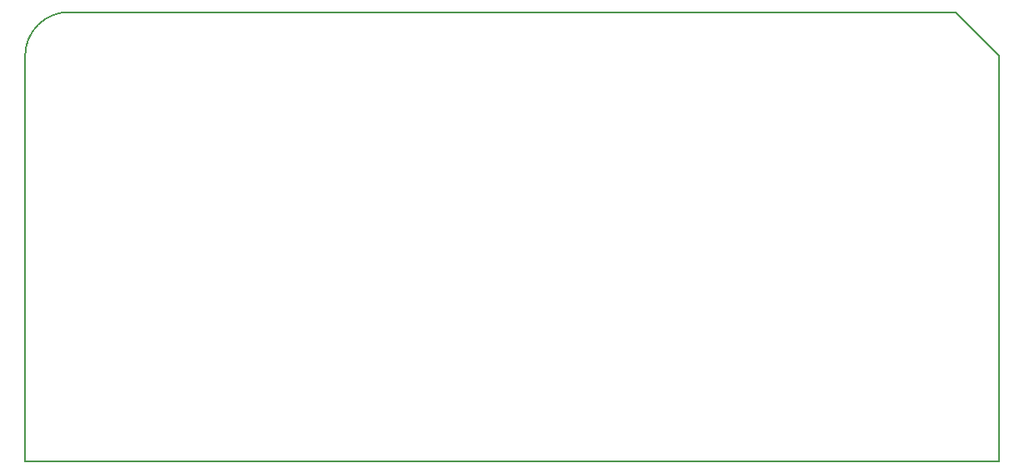
<source format=gm1>
G04 #@! TF.FileFunction,Profile,NP*
%FSLAX46Y46*%
G04 Gerber Fmt 4.6, Leading zero omitted, Abs format (unit mm)*
G04 Created by KiCad (PCBNEW 4.0.7) date 09/22/19 23:17:33*
%MOMM*%
%LPD*%
G01*
G04 APERTURE LIST*
%ADD10C,0.100000*%
%ADD11C,0.150000*%
G04 APERTURE END LIST*
D10*
D11*
X99695000Y-40005000D02*
X99695000Y-41275000D01*
X198755000Y-41275000D02*
X198755000Y-40005000D01*
X198755000Y-48895000D02*
X198755000Y-41275000D01*
X194310000Y-35560000D02*
X104140000Y-35560000D01*
X198755000Y-40005000D02*
X194310000Y-35560000D01*
X99695000Y-48895000D02*
X99695000Y-41275000D01*
X104140000Y-35560000D02*
G75*
G03X99695000Y-40005000I0J-4445000D01*
G01*
X99695000Y-81280000D02*
X99695000Y-48895000D01*
X198755000Y-81280000D02*
X198755000Y-48895000D01*
X99695000Y-81280000D02*
X198755000Y-81280000D01*
M02*

</source>
